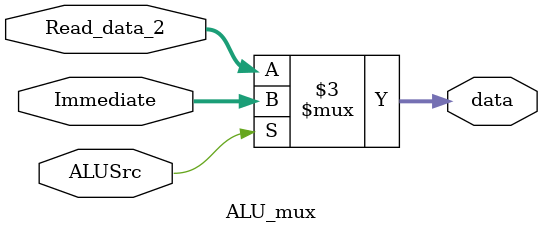
<source format=v>

`timescale 1ns / 1ps

module ALU_mux(
    input [31:0] Read_data_2,
    input [31:0] Immediate,
    input ALUSrc,
    output reg [31:0] data
);

always@(*) begin
    if(ALUSrc) data = Immediate;
    else data = Read_data_2;
end
endmodule
</source>
